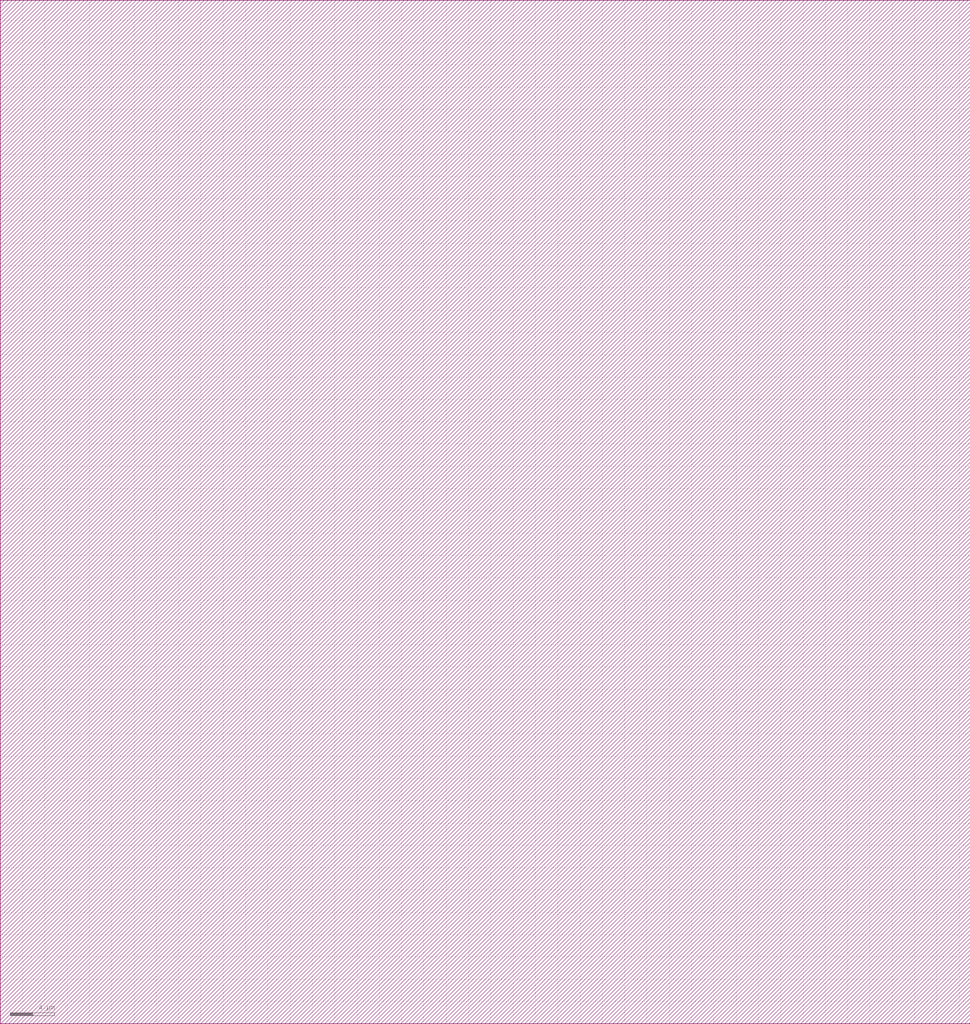
<source format=lef>
VERSION 5.6 ;

BUSBITCHARS "[]" ;

DIVIDERCHAR "/" ;

UNITS
    DATABASE MICRONS 1000 ;
END UNITS

MANUFACTURINGGRID 0.005000 ; 

CLEARANCEMEASURE EUCLIDEAN ; 

USEMINSPACING OBS ON ; 

SITE CoreSite
    CLASS CORE ;
    SIZE 0.600000 BY 0.300000 ;
END CoreSite

LAYER li
   TYPE ROUTING ;
   DIRECTION VERTICAL ;
   MINWIDTH 0.300000 ;
   AREA 0.056250 ;
   WIDTH 0.300000 ;
   SPACINGTABLE
      PARALLELRUNLENGTH 0.0
      WIDTH 0.0 0.225000 ;
   PITCH 0.600000 0.600000 ;
END li

LAYER mcon
    TYPE CUT ;
    SPACING 0.225000 ;
    WIDTH 0.300000 ;
    ENCLOSURE ABOVE 0.075000 0.075000 ;
    ENCLOSURE BELOW 0.000000 0.000000 ;
END mcon

LAYER met1
   TYPE ROUTING ;
   DIRECTION HORIZONTAL ;
   MINWIDTH 0.150000 ;
   AREA 0.084375 ;
   WIDTH 0.150000 ;
   SPACINGTABLE
      PARALLELRUNLENGTH 0.0
      WIDTH 0.0 0.150000 ;
   PITCH 0.300000 0.300000 ;
END met1

LAYER v1
    TYPE CUT ;
    SPACING 0.075000 ;
    WIDTH 0.300000 ;
    ENCLOSURE ABOVE 0.075000 0.075000 ;
    ENCLOSURE BELOW 0.075000 0.075000 ;
END v1

LAYER met2
   TYPE ROUTING ;
   DIRECTION VERTICAL ;
   MINWIDTH 0.150000 ;
   AREA 0.073125 ;
   WIDTH 0.150000 ;
   SPACINGTABLE
      PARALLELRUNLENGTH 0.0
      WIDTH 0.0 0.150000 ;
   PITCH 0.300000 0.300000 ;
END met2

LAYER v2
    TYPE CUT ;
    SPACING 0.150000 ;
    WIDTH 0.300000 ;
    ENCLOSURE ABOVE 0.075000 0.075000 ;
    ENCLOSURE BELOW 0.075000 0.000000 ;
END v2

LAYER met3
   TYPE ROUTING ;
   DIRECTION HORIZONTAL ;
   MINWIDTH 0.300000 ;
   AREA 0.241875 ;
   WIDTH 0.300000 ;
   SPACINGTABLE
      PARALLELRUNLENGTH 0.0
      WIDTH 0.0 0.300000 ;
   PITCH 0.600000 0.600000 ;
END met3

LAYER v3
    TYPE CUT ;
    SPACING 0.150000 ;
    WIDTH 0.450000 ;
    ENCLOSURE ABOVE 0.075000 0.075000 ;
    ENCLOSURE BELOW 0.075000 0.000000 ;
END v3

LAYER met4
   TYPE ROUTING ;
   DIRECTION VERTICAL ;
   MINWIDTH 0.300000 ;
   AREA 0.241875 ;
   WIDTH 0.300000 ;
   SPACINGTABLE
      PARALLELRUNLENGTH 0.0
      WIDTH 0.0 0.300000 ;
   PITCH 0.600000 0.600000 ;
END met4

LAYER v4
    TYPE CUT ;
    SPACING 0.450000 ;
    WIDTH 1.200000 ;
    ENCLOSURE ABOVE 0.150000 0.150000 ;
    ENCLOSURE BELOW 0.000000 0.000000 ;
END v4

LAYER met5
   TYPE ROUTING ;
   DIRECTION HORIZONTAL ;
   MINWIDTH 1.650000 ;
   AREA 4.005000 ;
   WIDTH 1.650000 ;
   SPACINGTABLE
      PARALLELRUNLENGTH 0.0
      WIDTH 0.0 1.650000 ;
   PITCH 3.300000 3.300000 ;
END met5

LAYER OVERLAP
   TYPE OVERLAP ;
END OVERLAP

VIA mcon_C DEFAULT
   LAYER li ;
     RECT -0.150000 -0.150000 0.150000 0.150000 ;
   LAYER mcon ;
     RECT -0.150000 -0.150000 0.150000 0.150000 ;
   LAYER met1 ;
     RECT -0.225000 -0.225000 0.225000 0.225000 ;
END mcon_C

VIA v1_C DEFAULT
   LAYER met1 ;
     RECT -0.225000 -0.225000 0.225000 0.225000 ;
   LAYER v1 ;
     RECT -0.150000 -0.150000 0.150000 0.150000 ;
   LAYER met2 ;
     RECT -0.225000 -0.225000 0.225000 0.225000 ;
END v1_C

VIA v2_C DEFAULT
   LAYER met2 ;
     RECT -0.150000 -0.225000 0.150000 0.225000 ;
   LAYER v2 ;
     RECT -0.150000 -0.150000 0.150000 0.150000 ;
   LAYER met3 ;
     RECT -0.225000 -0.225000 0.225000 0.225000 ;
END v2_C

VIA v2_Ch
   LAYER met2 ;
     RECT -0.225000 -0.150000 0.225000 0.150000 ;
   LAYER v2 ;
     RECT -0.150000 -0.150000 0.150000 0.150000 ;
   LAYER met3 ;
     RECT -0.225000 -0.225000 0.225000 0.225000 ;
END v2_Ch

VIA v2_Cv
   LAYER met2 ;
     RECT -0.150000 -0.225000 0.150000 0.225000 ;
   LAYER v2 ;
     RECT -0.150000 -0.150000 0.150000 0.150000 ;
   LAYER met3 ;
     RECT -0.225000 -0.225000 0.225000 0.225000 ;
END v2_Cv

VIA v3_C DEFAULT
   LAYER met3 ;
     RECT -0.300000 -0.225000 0.300000 0.225000 ;
   LAYER v3 ;
     RECT -0.225000 -0.225000 0.225000 0.225000 ;
   LAYER met4 ;
     RECT -0.300000 -0.300000 0.300000 0.300000 ;
END v3_C

VIA v3_Ch
   LAYER met3 ;
     RECT -0.300000 -0.225000 0.300000 0.225000 ;
   LAYER v3 ;
     RECT -0.225000 -0.225000 0.225000 0.225000 ;
   LAYER met4 ;
     RECT -0.300000 -0.300000 0.300000 0.300000 ;
END v3_Ch

VIA v3_Cv
   LAYER met3 ;
     RECT -0.300000 -0.225000 0.300000 0.225000 ;
   LAYER v3 ;
     RECT -0.225000 -0.225000 0.225000 0.225000 ;
   LAYER met4 ;
     RECT -0.300000 -0.300000 0.300000 0.300000 ;
END v3_Cv

VIA v4_C DEFAULT
   LAYER met4 ;
     RECT -0.600000 -0.600000 0.600000 0.600000 ;
   LAYER v4 ;
     RECT -0.600000 -0.600000 0.600000 0.600000 ;
   LAYER met5 ;
     RECT -0.750000 -0.750000 0.750000 0.750000 ;
END v4_C

MACRO _0_0std_0_0cells_0_0LATCH
    CLASS CORE ;
    FOREIGN _0_0std_0_0cells_0_0LATCH 0.000000 0.000000 ;
    ORIGIN 0.000000 0.000000 ;
    SIZE 6.600000 BY 5.400000 ;
    SYMMETRY X Y ;
    SITE CoreSite ;
    PIN CLK
        DIRECTION INPUT ;
        USE SIGNAL ;
        PORT
        LAYER li ;
        RECT 1.650000 1.200000 2.100000 1.500000 ;
        RECT 1.650000 1.125000 3.000000 1.200000 ;
        RECT 1.650000 0.900000 1.875000 1.125000 ;
        RECT 1.650000 0.825000 1.875000 0.900000 ;
        RECT 1.875000 0.900000 2.700000 1.125000 ;
        RECT 2.700000 0.900000 2.925000 1.125000 ;
        RECT 2.925000 0.900000 3.000000 1.125000 ;
        RECT 2.700000 0.525000 2.925000 0.900000 ;
        RECT 2.700000 0.300000 2.925000 0.525000 ;
        LAYER mcon ;
        RECT 2.700000 0.300000 2.925000 0.525000 ;
        LAYER met1 ;
        RECT 2.625000 0.525000 3.000000 0.600000 ;
        RECT 2.625000 0.300000 2.700000 0.525000 ;
        RECT 2.625000 0.225000 3.000000 0.300000 ;
        RECT 2.700000 0.300000 2.925000 0.525000 ;
        RECT 2.925000 0.300000 3.000000 0.525000 ;
        END
        ANTENNAGATEAREA 0.506250 ;
    END CLK
    PIN D
        DIRECTION INPUT ;
        USE SIGNAL ;
        PORT
        LAYER li ;
        RECT 5.700000 4.650000 5.925000 4.725000 ;
        RECT 5.700000 4.425000 5.925000 4.650000 ;
        RECT 5.700000 4.275000 6.075000 4.425000 ;
        RECT 5.925000 4.425000 6.075000 4.500000 ;
        RECT 6.075000 4.275000 6.300000 4.500000 ;
        RECT 5.700000 4.200000 6.300000 4.275000 ;
        LAYER mcon ;
        RECT 6.075000 4.275000 6.300000 4.500000 ;
        LAYER met1 ;
        RECT 6.000000 4.500000 6.375000 4.575000 ;
        RECT 6.000000 4.275000 6.075000 4.500000 ;
        RECT 6.000000 4.200000 6.375000 4.275000 ;
        RECT 6.075000 4.275000 6.300000 4.500000 ;
        RECT 6.300000 4.275000 6.375000 4.500000 ;
        END
        ANTENNAGATEAREA 0.337500 ;
    END D
    PIN Q
        DIRECTION OUTPUT ;
        USE SIGNAL ;
        PORT
        LAYER li ;
        RECT 0.600000 3.975000 0.900000 4.500000 ;
        RECT 0.600000 3.750000 0.825000 3.975000 ;
        RECT 0.600000 3.675000 0.900000 3.750000 ;
        RECT 0.600000 3.450000 0.675000 3.675000 ;
        RECT 0.600000 2.025000 0.900000 3.450000 ;
        RECT 0.600000 1.800000 0.675000 2.025000 ;
        RECT 0.600000 1.725000 0.900000 1.800000 ;
        RECT 0.825000 3.750000 0.900000 3.975000 ;
        RECT 0.675000 3.450000 0.900000 3.675000 ;
        RECT 0.675000 1.800000 0.900000 2.025000 ;
        RECT 4.650000 3.750000 4.725000 3.975000 ;
        RECT 4.725000 3.750000 4.950000 3.975000 ;
        RECT 4.950000 3.750000 5.025000 3.975000 ;
        LAYER mcon ;
        RECT 0.600000 3.750000 0.825000 3.975000 ;
        RECT 4.725000 3.750000 4.950000 3.975000 ;
        LAYER met1 ;
        RECT 0.525000 3.975000 5.025000 4.050000 ;
        RECT 0.525000 3.750000 0.600000 3.975000 ;
        RECT 0.525000 3.675000 5.025000 3.750000 ;
        RECT 0.600000 3.750000 0.825000 3.975000 ;
        RECT 0.825000 3.750000 4.725000 3.975000 ;
        RECT 4.725000 3.750000 4.950000 3.975000 ;
        RECT 4.950000 3.750000 5.025000 3.975000 ;
        END
        ANTENNAGATEAREA 0.225000 ;
        ANTENNADIFFAREA 0.703125 ;
    END Q
    PIN Vdd
        DIRECTION INPUT ;
        USE POWER ;
        PORT
        LAYER li ;
        RECT 1.200000 4.275000 1.275000 4.500000 ;
        RECT 1.200000 3.675000 1.500000 4.275000 ;
        RECT 1.200000 3.450000 1.425000 3.675000 ;
        RECT 1.200000 3.375000 1.500000 3.450000 ;
        RECT 1.275000 4.275000 1.500000 4.500000 ;
        RECT 1.425000 3.450000 1.500000 3.675000 ;
        RECT 5.250000 4.500000 5.475000 4.575000 ;
        RECT 5.250000 4.275000 5.475000 4.500000 ;
        RECT 5.250000 3.300000 5.475000 4.275000 ;
        RECT 5.250000 3.075000 5.475000 3.300000 ;
        RECT 5.250000 3.000000 5.475000 3.075000 ;
        LAYER mcon ;
        RECT 1.275000 4.275000 1.500000 4.500000 ;
        RECT 5.250000 4.275000 5.475000 4.500000 ;
        LAYER met1 ;
        RECT 1.200000 4.500000 5.550000 4.575000 ;
        RECT 1.200000 4.275000 1.275000 4.500000 ;
        RECT 1.200000 4.200000 5.550000 4.275000 ;
        RECT 1.275000 4.275000 1.500000 4.500000 ;
        RECT 1.500000 4.275000 5.250000 4.500000 ;
        RECT 5.250000 4.275000 5.475000 4.500000 ;
        RECT 5.475000 4.275000 5.550000 4.500000 ;
        END
        ANTENNADIFFAREA 1.040625 ;
    END Vdd
    PIN GND
        DIRECTION INPUT ;
        USE GROUND ;
        PORT
        LAYER li ;
        RECT 1.200000 1.650000 1.425000 1.725000 ;
        RECT 1.200000 1.425000 1.425000 1.650000 ;
        RECT 1.200000 1.275000 1.425000 1.425000 ;
        RECT 4.725000 1.275000 4.800000 1.500000 ;
        RECT 4.725000 1.200000 5.325000 1.275000 ;
        RECT 4.800000 1.275000 5.025000 1.500000 ;
        RECT 5.025000 1.425000 5.100000 1.500000 ;
        RECT 5.025000 1.275000 5.325000 1.425000 ;
        RECT 5.100000 1.425000 5.325000 1.650000 ;
        RECT 5.100000 1.650000 5.325000 1.725000 ;
        LAYER mcon ;
        RECT 4.800000 1.275000 5.025000 1.500000 ;
        LAYER met1 ;
        RECT 1.425000 1.500000 5.100000 1.575000 ;
        RECT 1.425000 1.275000 4.800000 1.500000 ;
        RECT 1.425000 1.200000 5.100000 1.275000 ;
        RECT 4.800000 1.275000 5.025000 1.500000 ;
        RECT 5.025000 1.275000 5.100000 1.500000 ;
        END
        ANTENNADIFFAREA 0.675000 ;
    END GND
    OBS
        LAYER li ;
        RECT 0.750000 0.750000 0.825000 0.975000 ;
        RECT 0.825000 0.750000 1.050000 0.975000 ;
        RECT 1.050000 0.750000 1.125000 0.975000 ;
        RECT 1.725000 4.425000 3.375000 4.650000 ;
        RECT 1.725000 3.675000 1.950000 4.425000 ;
        RECT 1.725000 3.450000 1.950000 3.675000 ;
        RECT 1.725000 2.025000 1.950000 3.450000 ;
        RECT 1.725000 1.800000 1.950000 2.025000 ;
        RECT 1.725000 1.725000 1.950000 1.800000 ;
        RECT 3.375000 4.425000 3.600000 4.650000 ;
        RECT 3.600000 4.425000 3.675000 4.650000 ;
        RECT 2.475000 2.700000 2.550000 2.925000 ;
        RECT 2.475000 1.800000 2.550000 2.025000 ;
        RECT 3.225000 1.650000 3.450000 2.700000 ;
        RECT 3.225000 1.425000 3.450000 1.650000 ;
        RECT 3.225000 0.975000 3.450000 1.425000 ;
        RECT 3.225000 0.750000 3.450000 0.975000 ;
        RECT 3.225000 0.675000 3.450000 0.750000 ;
        RECT 2.550000 2.700000 2.775000 2.925000 ;
        RECT 2.550000 1.800000 2.775000 2.025000 ;
        RECT 2.775000 2.700000 2.850000 2.925000 ;
        RECT 2.775000 1.800000 2.850000 2.025000 ;
        RECT 3.675000 3.225000 3.750000 3.450000 ;
        RECT 3.675000 1.800000 3.750000 2.025000 ;
        RECT 3.225000 2.925000 3.450000 3.000000 ;
        RECT 3.225000 2.700000 3.450000 2.925000 ;
        RECT 3.750000 3.225000 3.975000 3.450000 ;
        RECT 3.750000 1.800000 3.975000 2.025000 ;
        RECT 3.375000 4.875000 3.600000 5.100000 ;
        RECT 3.375000 4.650000 3.600000 4.875000 ;
        RECT 3.975000 3.225000 4.050000 3.450000 ;
        RECT 3.975000 1.800000 4.575000 2.025000 ;
        RECT 4.500000 2.700000 4.575000 2.925000 ;
        RECT 4.575000 1.800000 4.800000 2.025000 ;
        RECT 4.575000 2.700000 4.800000 2.925000 ;
        RECT 4.800000 1.800000 4.875000 2.025000 ;
        RECT 4.800000 2.700000 4.875000 2.925000 ;
        RECT 5.700000 1.800000 5.775000 2.025000 ;
        RECT 5.775000 1.800000 6.000000 2.025000 ;
        RECT 5.700000 3.225000 5.775000 3.450000 ;
        RECT 6.000000 1.800000 6.075000 2.025000 ;
        RECT 5.775000 3.225000 6.000000 3.450000 ;
        RECT 6.000000 3.225000 6.075000 3.450000 ;
        LAYER met1 ;
        RECT 0.600000 0.975000 3.525000 1.050000 ;
        RECT 0.600000 0.750000 0.825000 0.975000 ;
        RECT 0.600000 0.675000 1.125000 0.750000 ;
        RECT 0.825000 0.750000 1.050000 0.975000 ;
        RECT 1.050000 0.750000 3.225000 0.975000 ;
        RECT 3.225000 0.750000 3.450000 0.975000 ;
        RECT 3.450000 0.750000 3.525000 0.975000 ;
        RECT 2.475000 2.925000 4.875000 3.000000 ;
        RECT 2.475000 2.700000 2.550000 2.925000 ;
        RECT 2.475000 2.625000 4.875000 2.700000 ;
        RECT 2.475000 2.025000 6.075000 2.100000 ;
        RECT 2.475000 1.800000 2.550000 2.025000 ;
        RECT 2.475000 1.725000 6.075000 1.800000 ;
        RECT 2.550000 2.700000 2.775000 2.925000 ;
        RECT 2.550000 1.800000 2.775000 2.025000 ;
        RECT 2.775000 2.700000 4.575000 2.925000 ;
        RECT 2.775000 1.800000 5.775000 2.025000 ;
        RECT 3.300000 5.100000 3.675000 5.175000 ;
        RECT 3.300000 4.875000 3.375000 5.100000 ;
        RECT 3.300000 4.800000 3.675000 4.875000 ;
        RECT 4.575000 2.700000 4.800000 2.925000 ;
        RECT 5.775000 1.800000 6.000000 2.025000 ;
        RECT 3.375000 4.875000 3.600000 5.100000 ;
        RECT 4.800000 2.700000 4.875000 2.925000 ;
        RECT 6.000000 1.800000 6.075000 2.025000 ;
        RECT 3.600000 4.875000 3.675000 5.100000 ;
        RECT 3.150000 0.675000 3.525000 0.750000 ;
        RECT 3.675000 3.450000 6.075000 3.525000 ;
        RECT 3.675000 3.225000 3.750000 3.450000 ;
        RECT 3.675000 3.150000 6.075000 3.225000 ;
        RECT 3.750000 3.225000 3.975000 3.450000 ;
        RECT 3.975000 3.225000 5.775000 3.450000 ;
        RECT 5.775000 3.225000 6.000000 3.450000 ;
        RECT 6.000000 3.225000 6.075000 3.450000 ;
    END
END _0_0std_0_0cells_0_0LATCH

MACRO welltap_svt
    CLASS CORE WELLTAP ;
    FOREIGN welltap_svt 0.000000 0.000000 ;
    ORIGIN 0.000000 0.000000 ;
    SIZE 1.200000 BY 2.100000 ;
    SYMMETRY X Y ;
    SITE CoreSite ;
    PIN Vdd
        DIRECTION INPUT ;
        USE POWER ;
        PORT
        LAYER li ;
        RECT 0.600000 1.500000 0.900000 1.800000 ;
        END
    END Vdd
    PIN GND
        DIRECTION INPUT ;
        USE GROUND ;
        PORT
        LAYER li ;
        RECT 0.600000 0.300000 0.900000 0.600000 ;
        END
    END GND
END welltap_svt

MACRO circuitppnp
   CLASS CORE ;
   FOREIGN circuitppnp 0.000000 0.000000 ;
   ORIGIN 0.000000 0.000000 ; 
   SIZE 87.000000 BY 91.800000 ; 
   SYMMETRY X Y ;
   SITE CoreSite ;
END circuitppnp

MACRO circuitwell
   CLASS CORE ;
   FOREIGN circuitwell 0.000000 0.000000 ;
   ORIGIN 0.000000 0.000000 ; 
   SIZE 87.000000 BY 91.800000 ; 
   SYMMETRY X Y ;
   SITE CoreSite ;
END circuitwell


</source>
